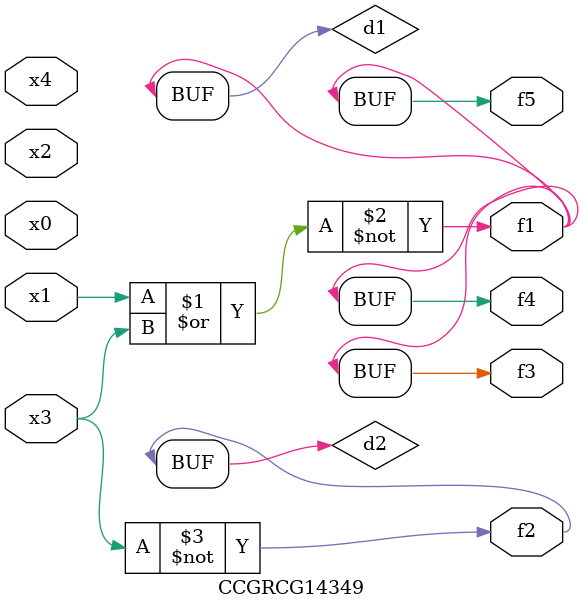
<source format=v>
module CCGRCG14349(
	input x0, x1, x2, x3, x4,
	output f1, f2, f3, f4, f5
);

	wire d1, d2;

	nor (d1, x1, x3);
	not (d2, x3);
	assign f1 = d1;
	assign f2 = d2;
	assign f3 = d1;
	assign f4 = d1;
	assign f5 = d1;
endmodule

</source>
